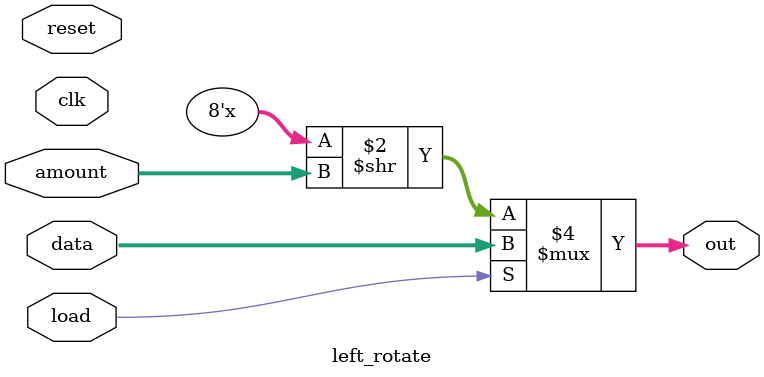
<source format=v>
module left_rotate(clk,reset,amount,data,load,out);
input clk,reset;
input [2:0] amount;
input [7:0] data;
input load;
output reg [7:0] out;
// when load is high, load data to out
// otherwise rotate the out register followed by left shift the out register by amount bits
always @(load)
begin
    if (load)
        out = data;
    else
        out = out >> amount;
end
endmodule

</source>
